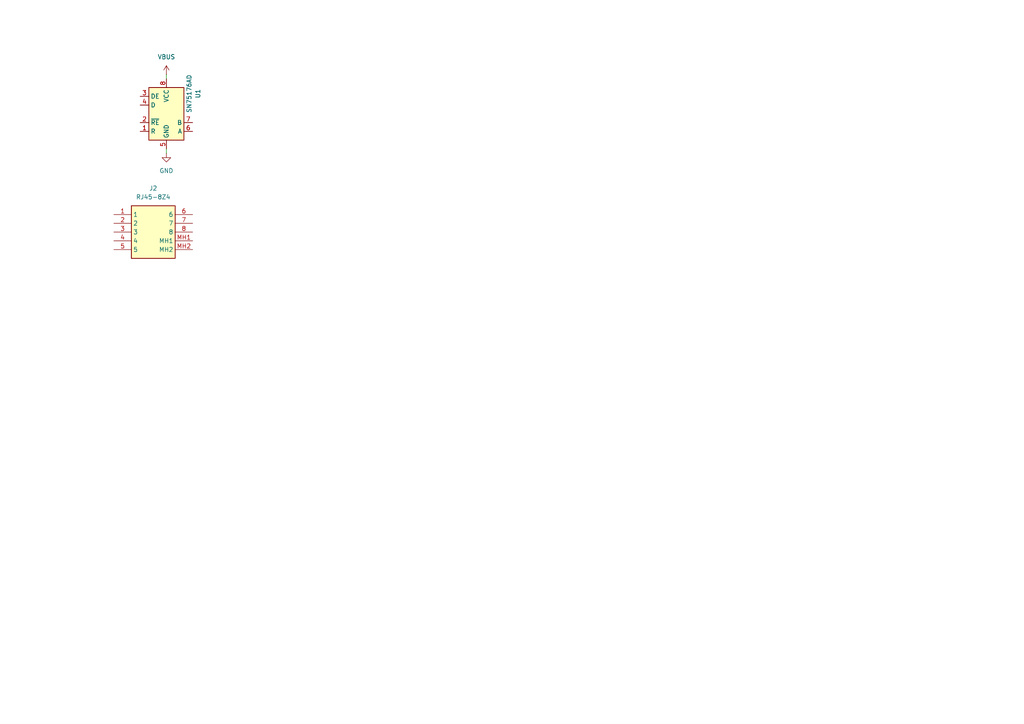
<source format=kicad_sch>
(kicad_sch (version 20250114) (generator "eeschema") (generator_version "9.0")
  (paper "A4")
  (lib_symbols
    (symbol "Interface_UART:SN75176AD"
      (property "Reference" "U" (at -4.318 8.89 0))
      (property "Value" "SN75176AD" (at 1.016 8.89 0))
      (symbol "SN75176AD_0_1"
        (rectangle (start -5.08 7.62) (end 5.08 -7.62) (stroke (width 0.254)) (fill (type background)))
      )
      (symbol "SN75176AD_1_1"
        (pin input line (at -7.62 5.08 0) (length 2.54) (name "DE") (number "3"))
        (pin input line (at -7.62 2.54 0) (length 2.54) (name "D") (number "4"))
        (pin input line (at -7.62 -2.54 0) (length 2.54) (name "~{RE}") (number "2"))
        (pin output line (at -7.62 -5.08 0) (length 2.54) (name "R") (number "1"))
        (pin power_in line (at 0 10.16 270) (length 2.54) (name "VCC") (number "8"))
        (pin power_in line (at 0 -10.16 90) (length 2.54) (name "GND") (number "5"))
        (pin bidirectional line (at 7.62 -2.54 180) (length 2.54) (name "B") (number "7"))
        (pin bidirectional line (at 7.62 -5.08 180) (length 2.54) (name "A") (number "6"))
      )
    )
    (symbol "JonasLibGit:RJ45-8Z4"
      (property "Reference" "J" (at 19.05 7.62 0))
      (property "Value" "RJ45-8Z4" (at 19.05 5.08 0))
      (symbol "RJ45-8Z4_1_1"
        (rectangle (start 5.08 2.54) (end 17.78 -12.7) (stroke (width 0.254)) (fill (type background)))
        (pin passive line (at 0 0 0) (length 5.08) (name "1") (number "1"))
        (pin passive line (at 0 -2.54 0) (length 5.08) (name "2") (number "2"))
        (pin passive line (at 0 -5.08 0) (length 5.08) (name "3") (number "3"))
        (pin passive line (at 0 -7.62 0) (length 5.08) (name "4") (number "4"))
        (pin passive line (at 0 -10.16 0) (length 5.08) (name "5") (number "5"))
        (pin passive line (at 22.86 0 180) (length 5.08) (name "6") (number "6"))
        (pin passive line (at 22.86 -2.54 180) (length 5.08) (name "7") (number "7"))
        (pin passive line (at 22.86 -5.08 180) (length 5.08) (name "8") (number "8"))
        (pin passive line (at 22.86 -7.62 180) (length 5.08) (name "MH1") (number "MH1"))
        (pin passive line (at 22.86 -10.16 180) (length 5.08) (name "MH2") (number "MH2"))
      )
    )
    (symbol "power:GND" (power) (pin_numbers (hide yes)) (pin_names (offset 0) (hide yes))
      (property "Value" "GND" (at 0 -3.81 0))
      (symbol "GND_0_1"
        (polyline (pts (xy 0 0) (xy 0 -1.27) (xy 1.27 -1.27) (xy 0 -2.54) (xy -1.27 -1.27) (xy 0 -1.27)))
      )
      (symbol "GND_1_1"
        (pin power_in line (at 0 0 270) (length 0) (name "~") (number "1"))
      )
    )
    (symbol "power:VBUS" (power) (pin_numbers (hide yes)) (pin_names (offset 0) (hide yes))
      (property "Value" "VBUS" (at 0 3.556 0))
      (symbol "VBUS_0_1"
        (polyline (pts (xy -0.762 1.27) (xy 0 2.54)))
        (polyline (pts (xy 0 2.54) (xy 0.762 1.27)))
        (polyline (pts (xy 0 0) (xy 0 2.54)))
      )
      (symbol "VBUS_1_1"
        (pin power_in line (at 0 0 90) (length 0) (name "~") (number "1"))
      )
    )
  )
  (wire (pts (xy 48.26 44.45) (xy 48.26 43.18)))
  (wire (pts (xy 48.26 21.59) (xy 48.26 22.86)))
  (symbol (lib_id "JonasLibGit:RJ45-8Z4") (at 33.02 62.23 0) (unit 1)
    (property "Reference" "J2" (at 44.45 54.61 0))
    (property "Value" "RJ45-8Z4" (at 44.45 57.15 0))
    (property "Footprint" "SamacSys_Parts:RJ458Z4" (effects (hide yes)))
    (property "Datasheet" "https://media.digikey.com/pdf/Data%20Sheets/Tyco%20Electronics%20Corcom%20PDFs/Z_Series.pdf" (effects (hide yes)))
    (property "Description" "RJ45-8Z4 M0=F9770" (effects (hide yes)))
    (property "Height" "13.08" (effects (hide yes)))
    (property "Manufacturer_Name" "TE Connectivity" (effects (hide yes)))
    (property "Manufacturer_Part_Number" "RJ45-8Z4" (effects (hide yes)))
    (property "Mouser Part Number" "592-RJ45-8Z4" (effects (hide yes)))
    (property "Mouser Price/Stock" "https://www.mouser.co.uk/ProductDetail/TE-Connectivity-Corcom/RJ45-8Z4?qs=7kimBNJHayDCs5Ci3ERF6w%3D%3D" (effects (hide yes)))
  )
  (symbol (lib_id "Interface_UART:SN75176AD") (at 48.26 33.02 0) (unit 1)
    (property "Reference" "U1" (at 57.404 27.178 90))
    (property "Value" "SN75176AD" (at 54.864 27.178 90))
    (property "Footprint" "Package_SO:SOIC-8_3.9x4.9mm_P1.27mm" (effects (hide yes)))
    (property "Datasheet" "http://www.ti.com/lit/ds/symlink/sn75176a.pdf" (effects (hide yes)))
    (property "Description" "Differential RS-422/RS-485 bus transceiver, SOIC-8" (effects (hide yes)))
  )
  (symbol (lib_id "power:GND") (at 48.26 44.45 0) (unit 1)
    (property "Reference" "#PWR024" (effects (hide yes)))
    (property "Value" "GND" (at 48.26 49.53 0))
    (property "Description" "Power symbol creates a global label with name \"GND\" , ground" (effects (hide yes)))
  )
  (symbol (lib_id "power:VBUS") (at 48.26 21.59 0) (unit 1)
    (property "Reference" "#PWR025" (effects (hide yes)))
    (property "Value" "VBUS" (at 48.26 16.51 0))
    (property "Description" "Power symbol creates a global label with name \"VBUS\"" (effects (hide yes)))
  )
)
</source>
